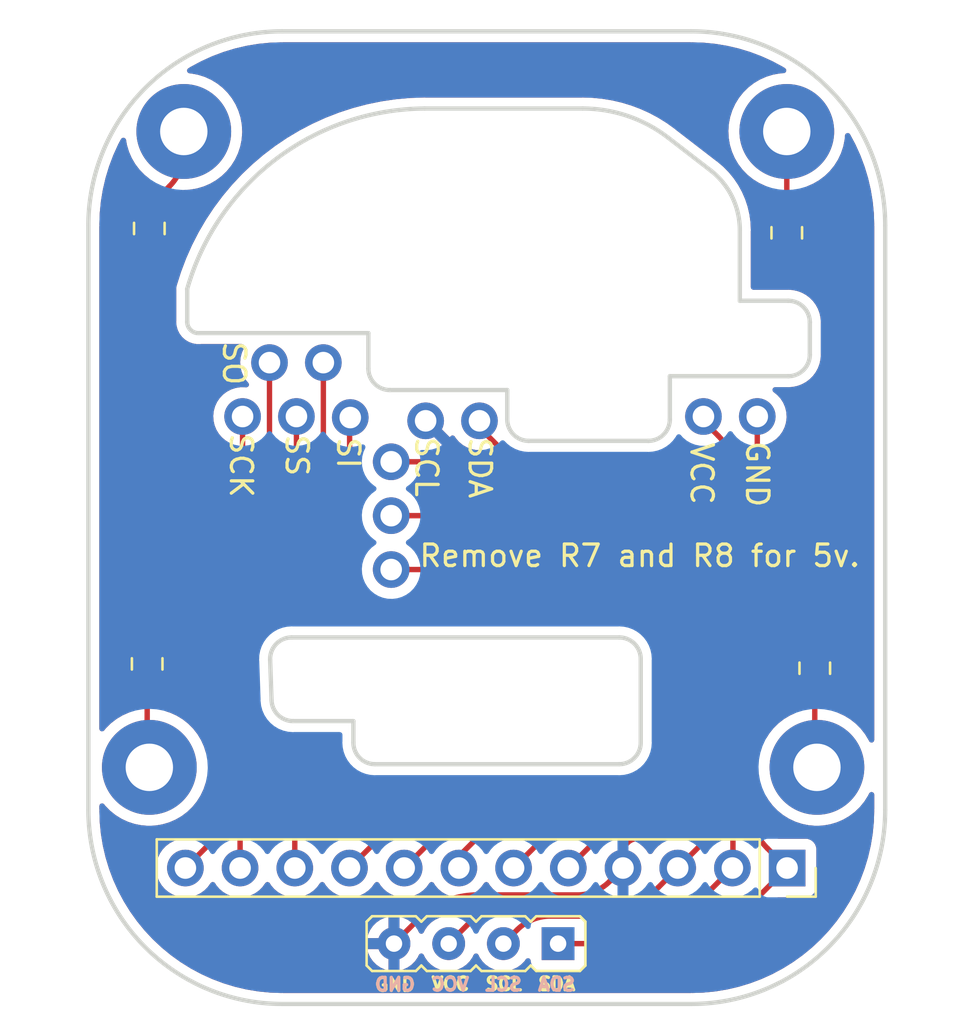
<source format=kicad_pcb>
(kicad_pcb (version 20211014) (generator pcbnew)
  (layers (0 "F.Cu" signal) (31 "B.Cu" signal) (34 "B.Paste" user) (35 "F.Paste" user) (36 "B.SilkS" user "B.Silkscreen") (37 "F.SilkS" user "F.Silkscreen") (38 "B.Mask" user) (39 "F.Mask" user) (44 "Edge.Cuts" user))
  (net 0 "")
  (net 1 "GND")
  (net 2 "VCC")
  (net 3 "SDA")
  (net 4 "SCL")
  (net 5 "B1")
  (net 6 "B2")
  (net 7 "B3")
  (net 8 "MISO")
  (net 9 "SS")
  (net 10 "SCK")
  (net 11 "MOSI")
  (net 12 "DR")
  (net 13 "Net-(FB1-Pad1)")
  (net 14 "Net-(FB2-Pad1)")
  (net 15 "Net-(FB3-Pad1)")
  (net 16 "Net-(FB4-Pad1)")
  (footprint "BK-CirqueDB:L_0805_2012Metric_Pad1.15x1.40mm_HandSolder" (layer "F.Cu") (at 160 78.3 -90)
    (fp_text reference "FB1" hide)
    (fp_text value "FerriteBead")
    (fp_line (start -0.261252 -0.71) (end 0.261252 -0.71) (layer "F.SilkS") (width 0.12))
    (fp_line (start -0.261252 0.71) (end 0.261252 0.71) (layer "F.SilkS") (width 0.12))
    (pad "1" smd roundrect (at -1.025 0 270) (size 1.15 1.4) (layers "F.Cu" "F.Paste" "F.Mask") (roundrect_rratio 0.217391))
    (pad "2" smd roundrect (at 1.025 0 270) (size 1.15 1.4) (layers "F.Cu" "F.Paste" "F.Mask") (roundrect_rratio 0.217391) (net 1 "GND"))
  )
  (footprint "BK-CirqueDB:MountingHole_2.2mm_M2_Pad" (layer "F.Cu") (at 160 73.6)
    (fp_text reference "H1" hide)
    (fp_text value "MountingHole_Pad")
    (pad "1" thru_hole circle (at 0 0) (size 4.4 4.4) (drill 2.2) (layers *.Cu *.Mask) (net 13 "Net-(FB1-Pad1)"))
  )
  (footprint "BK-CirqueDB:L_0805_2012Metric_Pad1.15x1.40mm_HandSolder" (layer "F.Cu") (at 130.3 98.3 90)
    (fp_text reference "FB3" hide)
    (fp_text value "FerriteBead")
    (fp_line (start -0.261252 0.71) (end 0.261252 0.71) (layer "F.SilkS") (width 0.12))
    (fp_line (start -0.261252 -0.71) (end 0.261252 -0.71) (layer "F.SilkS") (width 0.12))
    (pad "1" smd roundrect locked (at -1.025 0 90) (size 1.15 1.4) (layers "F.Cu" "F.Paste" "F.Mask") (roundrect_rratio 0.217391))
    (pad "2" smd roundrect locked (at 1.025 0 90) (size 1.15 1.4) (layers "F.Cu" "F.Paste" "F.Mask") (roundrect_rratio 0.217391) (net 1 "GND"))
  )
  (footprint "BK-CirqueDB:L_0805_2012Metric_Pad1.15x1.40mm_HandSolder" (layer "F.Cu") (at 130.4 78.1 -90)
    (fp_text reference "FB2" hide)
    (fp_text value "FerriteBead")
    (fp_line (start -0.261252 0.71) (end 0.261252 0.71) (layer "F.SilkS") (width 0.12))
    (fp_line (start -0.261252 -0.71) (end 0.261252 -0.71) (layer "F.SilkS") (width 0.12))
    (pad "1" smd roundrect (at -1.025 0 270) (size 1.15 1.4) (layers "F.Cu" "F.Paste" "F.Mask") (roundrect_rratio 0.217391))
    (pad "2" smd roundrect (at 1.025 0 270) (size 1.15 1.4) (layers "F.Cu" "F.Paste" "F.Mask") (roundrect_rratio 0.217391) (net 1 "GND"))
  )
  (footprint "BK-CirqueDB:MountingHole_2.2mm_M2_Pad" (layer "F.Cu") (at 161.4 103.1)
    (fp_text reference "H4" hide)
    (fp_text value "MountingHole_Pad")
    (pad "1" thru_hole circle (at 0 0) (size 4.4 4.4) (drill 2.2) (layers *.Cu *.Mask) (net 16 "Net-(FB4-Pad1)"))
  )
  (footprint "BK-CirqueDB:MountingHole_2.2mm_M2_Pad" (layer "F.Cu") (at 130.4 103.1)
    (fp_text reference "H3" hide)
    (fp_text value "MountingHole_Pad")
    (pad "1" thru_hole circle (at 0 0) (size 4.4 4.4) (drill 2.2) (layers *.Cu *.Mask) (net 15 "Net-(FB3-Pad1)"))
  )
  (footprint "BK-CirqueDB:CirqueDB-BK" (layer "F.Cu") (at 161.993961 111.410672)
    (fp_text reference "J1" hide)
    (fp_text value "CirqueDB" hide)
    (fp_text user "Remove R7 and R8 for 5v." (at -8.823961 -18.127381 unlocked) (layer "F.SilkS"))
    (fp_text user "GND" (at -3.363961 -21.917381 270 unlocked) (layer "F.SilkS"))
    (fp_text user "VCC" (at -5.943961 -21.937381 270 unlocked) (layer "F.SilkS"))
    (fp_text user "SCK" (at -27.333961 -22.317381 270 unlocked) (layer "F.SilkS"))
    (fp_text user "SI" (at -22.353961 -22.897381 270 unlocked) (layer "F.SilkS"))
    (fp_text user "SS" (at -24.743961 -22.787381 270 unlocked) (layer "F.SilkS"))
    (fp_text user "SDA" (at -16.243961 -22.207381 270 unlocked) (layer "F.SilkS"))
    (fp_text user "SCL" (at -18.723961 -22.247381 270 unlocked) (layer "F.SilkS"))
    (fp_text user "SO" (at -27.653961 -27.057381 270 unlocked) (layer "F.SilkS"))
    (fp_line (start -16.423961 -1.149381) (end -16.169961 -1.403381) (layer "F.SilkS") (width 0.12))
    (fp_line (start -3.25 -4.97) (end -3.25 -2.31) (layer "F.SilkS") (width 0.12))
    (fp_line (start -13.375961 1.136619) (end -13.629961 1.136619) (layer "F.SilkS") (width 0.12))
    (fp_line (start -19.217961 -1.403381) (end -18.963961 -1.149381) (layer "F.SilkS") (width 0.12))
    (fp_line (start -21.503961 -1.149381) (end -21.503961 0.882619) (layer "F.SilkS") (width 0.12))
    (fp_line (start -21.249961 -1.403381) (end -19.217961 -1.403381) (layer "F.SilkS") (width 0.12))
    (fp_line (start -0.65 -2.31) (end -1.98 -2.31) (layer "F.SilkS") (width 0.12))
    (fp_line (start -16.169961 1.136619) (end -16.423961 0.882619) (layer "F.SilkS") (width 0.12))
    (fp_line (start -0.65 -3.64) (end -0.65 -2.31) (layer "F.SilkS") (width 0.12))
    (fp_line (start -16.423961 0.882619) (end -16.677961 1.136619) (layer "F.SilkS") (width 0.12))
    (fp_line (start -31.25 -4.97) (end -31.25 -2.31) (layer "F.SilkS") (width 0.12))
    (fp_line (start -21.503961 -1.149381) (end -21.249961 -1.403381) (layer "F.SilkS") (width 0.12))
    (fp_line (start -11.597961 1.136619) (end -11.343961 0.882619) (layer "F.SilkS") (width 0.12))
    (fp_line (start -18.709961 1.136619) (end -18.963961 0.882619) (layer "F.SilkS") (width 0.12))
    (fp_line (start -21.503961 -1.149381) (end -21.249961 -1.403381) (layer "F.SilkS") (width 0.12))
    (fp_line (start -11.597961 -1.403381) (end -11.343961 -1.149381) (layer "F.SilkS") (width 0.12))
    (fp_line (start -11.597961 -1.403381) (end -11.343961 -1.149381) (layer "F.SilkS") (width 0.12))
    (fp_line (start -13.629961 1.136619) (end -13.883961 0.882619) (layer "F.SilkS") (width 0.12))
    (fp_line (start -16.677961 -1.403381) (end -16.423961 -1.149381) (layer "F.SilkS") (width 0.12))
    (fp_line (start -19.217961 1.136619) (end -21.249961 1.136619) (layer "F.SilkS") (width 0.12))
    (fp_line (start -16.677961 1.136619) (end -18.709961 1.136619) (layer "F.SilkS") (width 0.12))
    (fp_line (start -11.343961 0.882619) (end -11.343961 -1.149381) (layer "F.SilkS") (width 0.12))
    (fp_line (start -11.597961 1.136619) (end -13.375961 1.136619) (layer "F.SilkS") (width 0.12))
    (fp_line (start -3.25 -4.97) (end -31.25 -4.97) (layer "F.SilkS") (width 0.12))
    (fp_line (start -18.963961 -1.149381) (end -18.709961 -1.403381) (layer "F.SilkS") (width 0.12))
    (fp_line (start -18.963961 0.882619) (end -19.217961 1.136619) (layer "F.SilkS") (width 0.12))
    (fp_line (start -3.25 -2.31) (end -31.25 -2.31) (layer "F.SilkS") (width 0.12))
    (fp_line (start -13.629961 -1.403381) (end -11.597961 -1.403381) (layer "F.SilkS") (width 0.12))
    (fp_line (start -16.169961 -1.403381) (end -14.137961 -1.403381) (layer "F.SilkS") (width 0.12))
    (fp_line (start -13.883961 0.882619) (end -14.137961 1.136619) (layer "F.SilkS") (width 0.12))
    (fp_line (start -21.249961 1.136619) (end -21.503961 0.882619) (layer "F.SilkS") (width 0.12))
    (fp_line (start -14.137961 -1.403381) (end -13.883961 -1.149381) (layer "F.SilkS") (width 0.12))
    (fp_line (start -14.137961 1.136619) (end -16.169961 1.136619) (layer "F.SilkS") (width 0.12))
    (fp_line (start -18.709961 -1.403381) (end -16.677961 -1.403381) (layer "F.SilkS") (width 0.12))
    (fp_line (start -13.883961 -1.149381) (end -13.629961 -1.403381) (layer "F.SilkS") (width 0.12))
    (fp_line (start -25.423961 2.666038) (end -6.423961 2.666038) (layer "Edge.Cuts") (width 0.2))
    (fp_line (start -6.423961 -42.457381) (end -25.423961 -42.457381) (layer "Edge.Cuts") (width 0.2))
    (fp_line (start -24.918941 -10.457381) (end -22.118883 -10.457381) (layer "Edge.Cuts") (width 0.2))
    (fp_line (start -7.504302 -37.524426) (end -5.537232 -36.008198) (layer "Edge.Cuts") (width 0.2))
    (fp_line (start -8.77539 -9.457381) (end -8.77539 -13.33901) (layer "Edge.Cuts") (width 0.2))
    (fp_line (start -8.423961 -23.457381) (end -13.97453 -23.457381) (layer "Edge.Cuts") (width 0.2))
    (fp_line (start -7.423961 -26.457381) (end -7.423961 -24.457381) (layer "Edge.Cuts") (width 0.2))
    (fp_line (start -21.423961 -28.457381) (end -29.263961 -28.457381) (layer "Edge.Cuts") (width 0.2))
    (fp_line (start -4.173961 -29.957381) (end -1.923961 -29.957381) (layer "Edge.Cuts") (width 0.2))
    (fp_line (start -14.97453 -24.457381) (end -14.97453 -25.609157) (layer "Edge.Cuts") (width 0.2))
    (fp_line (start -0.923961 -28.957381) (end -0.923961 -27.457381) (layer "Edge.Cuts") (width 0.2))
    (fp_line (start -14.97453 -25.609157) (end -14.97453 -25.81546) (layer "Edge.Cuts") (width 0.2))
    (fp_line (start -4.173961 -33.236125) (end -4.173961 -29.957381) (layer "Edge.Cuts") (width 0.2))
    (fp_line (start -9.77539 -14.33901) (end -24.984591 -14.33901) (layer "Edge.Cuts") (width 0.2))
    (fp_line (start 2.576039 -6.333962) (end 2.576039 -33.457381) (layer "Edge.Cuts") (width 0.2))
    (fp_line (start -22.118883 -10.457381) (end -22.118883 -9.457381) (layer "Edge.Cuts") (width 0.2))
    (fp_line (start -34.423961 -33.457381) (end -34.423961 -6.333962) (layer "Edge.Cuts") (width 0.2))
    (fp_line (start -21.118883 -8.457381) (end -9.77539 -8.457381) (layer "Edge.Cuts") (width 0.2))
    (fp_line (start -18.809371 -38.87629) (end -11.472513 -38.87629) (layer "Edge.Cuts") (width 0.2))
    (fp_line (start -1.923961 -26.457381) (end -7.423961 -26.457381) (layer "Edge.Cuts") (width 0.2))
    (fp_line (start -29.834789 -28.977381) (end -29.834789 -30.508195) (layer "Edge.Cuts") (width 0.2))
    (fp_line (start -25.983983 -13.304141) (end -25.918333 -11.422512) (layer "Edge.Cuts") (width 0.2))
    (fp_line (start -14.97453 -25.81546) (end -20.423961 -25.81546) (layer "Edge.Cuts") (width 0.2))
    (fp_line (start -21.423961 -26.81546) (end -21.423961 -28.457381) (layer "Edge.Cuts") (width 0.2))
    (fp_arc (start -9.77539 -14.33901) (mid -9.068284 -14.046116) (end -8.77539 -13.33901) (layer "Edge.Cuts") (width 0.2))
    (fp_arc (start -7.423961 -24.457381) (mid -7.716854 -23.750274) (end -8.423961 -23.457381) (layer "Edge.Cuts") (width 0.2))
    (fp_arc (start -13.97453 -23.457381) (mid -14.681637 -23.750274) (end -14.97453 -24.457381) (layer "Edge.Cuts") (width 0.2))
    (fp_arc (start 2.576039 -6.333962) (mid -0.059999 0.03) (end -6.423961 2.666038) (layer "Edge.Cuts") (width 0.2))
    (fp_arc (start -21.118883 -8.457381) (mid -21.825979 -8.750285) (end -22.118883 -9.457381) (layer "Edge.Cuts") (width 0.2))
    (fp_arc (start -34.423961 -33.457381) (mid -31.787922 -39.821342) (end -25.423961 -42.457381) (layer "Edge.Cuts") (width 0.2))
    (fp_arc (start -25.983983 -13.304141) (mid -25.703911 -14.033671) (end -24.984591 -14.33901) (layer "Edge.Cuts") (width 0.2))
    (fp_arc (start -29.263961 -28.457381) (mid -29.664048 -28.591499) (end -29.834789 -28.977381) (layer "Edge.Cuts") (width 0.2))
    (fp_arc (start -11.472513 -38.87629) (mid -9.376431 -38.529049) (end -7.504302 -37.524426) (layer "Edge.Cuts") (width 0.2))
    (fp_arc (start -1.923961 -29.957381) (mid -1.216854 -29.664488) (end -0.923961 -28.957381) (layer "Edge.Cuts") (width 0.2))
    (fp_arc (start -24.918941 -10.457381) (mid -25.61362 -10.738042) (end -25.918333 -11.422512) (layer "Edge.Cuts") (width 0.2))
    (fp_arc (start -6.423961 -42.457381) (mid -0.06 -39.821342) (end 2.576039 -33.457381) (layer "Edge.Cuts") (width 0.2))
    (fp_arc (start -25.423961 2.666038) (mid -31.787922 0.029999) (end -34.423961 -6.333962) (layer "Edge.Cuts") (width 0.2))
    (fp_arc (start -5.537232 -36.008198) (mid -4.533219 -34.780703) (end -4.173961 -33.236125) (layer "Edge.Cuts") (width 0.2))
    (fp_arc (start -8.77539 -9.457381) (mid -9.068283 -8.750274) (end -9.77539 -8.457381) (layer "Edge.Cuts") (width 0.2))
    (fp_arc (start -29.834789 -30.508195) (mid -25.715466 -36.528104) (end -18.809371 -38.87629) (layer "Edge.Cuts") (width 0.2))
    (fp_arc (start -20.423961 -25.81546) (mid -21.131072 -26.108349) (end -21.423961 -26.81546) (layer "Edge.Cuts") (width 0.2))
    (fp_arc (start -0.923961 -27.457381) (mid -1.216854 -26.750274) (end -1.923961 -26.457381) (layer "Edge.Cuts") (width 0.2))
    (pad "1" thru_hole circle (at -3.363961 -24.587381 180) (size 1.7 1.7) (drill 1) (layers *.Cu *.Mask) (net 3 "SDA"))
    (pad "1" thru_hole rect (at -1.98 -3.64 270) (size 1.7 1.7) (drill 1) (layers *.Cu *.Mask) (net 3 "SDA"))
    (pad "1" thru_hole rect (at -12.613961 -0.133381 270) (size 1.524 1.524) (drill 0.762) (layers *.Cu *.Mask) (net 3 "SDA"))
    (pad "2" thru_hole circle (at -5.863961 -24.587381 180) (size 1.7 1.7) (drill 1) (layers *.Cu *.Mask) (net 4 "SCL"))
    (pad "2" thru_hole oval (at -15.153961 -0.133381 270) (size 1.524 1.524) (drill 0.762) (layers *.Cu *.Mask) (net 4 "SCL"))
    (pad "2" thru_hole oval (at -4.52 -3.64 270) (size 1.7 1.7) (drill 1) (layers *.Cu *.Mask) (net 4 "SCL"))
    (pad "3" thru_hole oval (at -17.693961 -0.133381 270) (size 1.524 1.524) (drill 0.762) (layers *.Cu *.Mask) (net 2 "VCC"))
    (pad "3" thru_hole circle (at -16.263961 -24.387381 180) (size 1.7 1.7) (drill 1) (layers *.Cu *.Mask) (net 2 "VCC"))
    (pad "3" thru_hole oval (at -7.06 -3.64 270) (size 1.7 1.7) (drill 1) (layers *.Cu *.Mask) (net 2 "VCC"))
    (pad "4" thru_hole oval (at -9.6 -3.64 270) (size 1.7 1.7) (drill 1) (layers *.Cu *.Mask) (net 1 "GND"))
    (pad "4" thru_hole circle (at -18.763961 -24.387381 180) (size 1.7 1.7) (drill 1) (layers *.Cu *.Mask) (net 1 "GND"))
    (pad "4" thru_hole oval (at -20.233961 -0.133381 270) (size 1.524 1.524) (drill 0.762) (layers *.Cu *.Mask) (net 1 "GND"))
    (pad "5" thru_hole oval (at -12.14 -3.64 270) (size 1.7 1.7) (drill 1) (layers *.Cu *.Mask) (net 5 "B1"))
    (pad "5" thru_hole circle (at -20.363961 -22.487381 180) (size 1.7 1.7) (drill 1) (layers *.Cu *.Mask) (net 5 "B1"))
    (pad "6" thru_hole circle (at -20.363961 -19.987381 180) (size 1.7 1.7) (drill 1) (layers *.Cu *.Mask) (net 6 "B2"))
    (pad "6" thru_hole oval (at -14.68 -3.64 270) (size 1.7 1.7) (drill 1) (layers *.Cu *.Mask) (net 6 "B2"))
    (pad "7" thru_hole oval (at -17.22 -3.64 270) (size 1.7 1.7) (drill 1) (layers *.Cu *.Mask) (net 7 "B3"))
    (pad "7" thru_hole circle (at -20.363961 -17.487381 180) (size 1.7 1.7) (drill 1) (layers *.Cu *.Mask) (net 7 "B3"))
    (pad "8" thru_hole oval (at -19.76 -3.64 270) (size 1.7 1.7) (drill 1) (layers *.Cu *.Mask) (net 11 "MOSI"))
    (pad "8" thru_hole circle (at -22.263961 -24.539005 180) (size 1.7 1.7) (drill 1) (layers *.Cu *.Mask) (net 11 "MOSI"))
    (pad "9" thru_hole circle (at -23.513961 -27.087381 180) (size 1.7 1.7) (drill 1) (layers *.Cu *.Mask) (net 12 "DR"))
    (pad "9" thru_hole oval (at -22.3 -3.64 270) (size 1.7 1.7) (drill 1) (layers *.Cu *.Mask) (net 12 "DR"))
    (pad "10" thru_hole oval (at -24.84 -3.64 270) (size 1.7 1.7) (drill 1) (layers *.Cu *.Mask) (net 9 "SS"))
    (pad "10" thru_hole circle (at -24.763961 -24.587381 180) (size 1.7 1.7) (drill 1) (layers *.Cu *.Mask) (net 9 "SS"))
    (pad "11" thru_hole circle (at -26.013961 -27.087381 180) (size 1.7 1.7) (drill 1) (layers *.Cu *.Mask) (net 8 "MISO"))
    (pad "11" thru_hole oval (at -27.38 -3.64 270) (size 1.7 1.7) (drill 1) (layers *.Cu *.Mask) (net 8 "MISO"))
    (pad "12" thru_hole oval (at -29.92 -3.64 270) (size 1.7 1.7) (drill 1) (layers *.Cu *.Mask) (net 10 "SCK"))
    (pad "12" thru_hole circle (at -27.263961 -24.587381 180) (size 1.7 1.7) (drill 1) (layers *.Cu *.Mask) (net 10 "SCK"))
  )
  (footprint "BK-CirqueDB:L_0805_2012Metric_Pad1.15x1.40mm_HandSolder" (layer "F.Cu") (at 161.3 98.5 90)
    (fp_text reference "FB4" hide)
    (fp_text value "FerriteBead")
    (fp_line (start -0.261252 0.71) (end 0.261252 0.71) (layer "F.SilkS") (width 0.12))
    (fp_line (start -0.261252 -0.71) (end 0.261252 -0.71) (layer "F.SilkS") (width 0.12))
    (pad "1" smd roundrect (at -1.025 0 90) (size 1.15 1.4) (layers "F.Cu" "F.Paste" "F.Mask") (roundrect_rratio 0.217391))
    (pad "2" smd roundrect (at 1.025 0 90) (size 1.15 1.4) (layers "F.Cu" "F.Paste" "F.Mask") (roundrect_rratio 0.217391) (net 1 "GND"))
  )
  (footprint "BK-CirqueDB:MountingHole_2.2mm_M2_Pad" (layer "F.Cu") (at 132 73.6)
    (fp_text reference "H2" hide)
    (fp_text value "MountingHole_Pad")
    (pad "1" thru_hole circle (at 0 0) (size 4.4 4.4) (drill 2.2) (layers *.Cu *.Mask) (net 14 "Net-(FB2-Pad1)"))
  )
  (gr_text "SDA" (at 149.308095 113.17) (layer "B.SilkS") (effects (font (size 0.6 0.6)) (justify mirror)))
  (gr_text "VCC\n" (at 144.37 113.17) (layer "B.SilkS") (effects (font (size 0.6 0.6)) (justify mirror)))
  (gr_text "SCL" (at 146.84619 113.17) (layer "B.SilkS") (effects (font (size 0.6 0.6)) (justify mirror)))
  (gr_text "GND" (at 141.808095 113.17) (layer "B.SilkS") (effects (font (size 0.6 0.6)) (justify mirror)))
  (gr_text "GND" (at 141.808095 113.18) (layer "F.SilkS") (effects (font (size 0.6 0.6))))
  (gr_text "SCL" (at 146.85619 113.15) (layer "F.SilkS") (effects (font (size 0.6 0.6))))
  (gr_text "VCC\n" (at 144.38 113.15) (layer "F.SilkS") (effects (font (size 0.6 0.6))))
  (gr_text "SDA" (at 149.318095 113.15) (layer "F.SilkS") (effects (font (size 0.6 0.6))))
  (segment (start 152.393961 107.093151) (end 152.393961 107.431911) (width 0.25) (layer "F.Cu") (net 1))
  (segment (start 145.613436 109.02) (end 150.261224 109.02) (width 0.25) (layer "F.Cu") (net 1))
  (segment (start 142.888645 110.148645) (end 141.76 111.277291) (width 0.25) (layer "F.Cu") (net 1))
  (segment (start 152.154421 108.010211) (end 151.769297 108.395336) (width 0.25) (layer "F.Cu") (net 1))
  (segment (start 144.912916 88.706207) (end 143.23 87.023291) (width 0.25) (layer "F.Cu") (net 1))
  (segment (start 156.5 90.641421) (end 156.5 103.327207) (width 0.25) (layer "F.Cu") (net 1))
  (segment (start 153.087112 106.4) (end 153.75 106.4) (width 0.25) (layer "F.Cu") (net 1))
  (segment (start 156.158578 90.3) (end 148.760672 90.3) (width 0.25) (layer "F.Cu") (net 1))
  (segment (start 155.371751 105.728248) (end 155.6 105.5) (width 0.25) (layer "F.Cu") (net 1))
  (arc (start 155.371751 105.728248) (mid 154.627685 106.225417) (end 153.75 106.4) (width 0.25) (layer "F.Cu") (net 1))
  (arc (start 145.613436 109.02) (mid 144.13879 109.313325) (end 142.888645 110.148645) (width 0.25) (layer "F.Cu") (net 1))
  (arc (start 156.158578 90.3) (mid 156.289234 90.325989) (end 156.4 90.4) (width 0.25) (layer "F.Cu") (net 1))
  (arc (start 156.5 103.327207) (mid 156.266097 104.503114) (end 155.6 105.5) (width 0.25) (layer "F.Cu") (net 1))
  (arc (start 153.087112 106.4) (mid 152.821854 106.452762) (end 152.59698 106.603019) (width 0.25) (layer "F.Cu") (net 1))
  (arc (start 151.769297 108.395336) (mid 151.077387 108.857655) (end 150.261224 109.02) (width 0.25) (layer "F.Cu") (net 1))
  (arc (start 152.393961 107.431911) (mid 152.331706 107.744885) (end 152.154421 108.010211) (width 0.25) (layer "F.Cu") (net 1))
  (arc (start 152.393961 107.093151) (mid 152.446723 106.827893) (end 152.59698 106.603019) (width 0.25) (layer "F.Cu") (net 1))
  (arc (start 156.5 90.641421) (mid 156.47401 90.510764) (end 156.4 90.4) (width 0.25) (layer "F.Cu") (net 1))
  (arc (start 144.912916 88.706207) (mid 146.678281 89.885786) (end 148.760672 90.3) (width 0.25) (layer "F.Cu") (net 1))
  (segment (start 147.24785 109.55048) (end 151.895638 109.55048) (width 0.25) (layer "F.Cu") (net 2))
  (segment (start 157.021485 104.207045) (end 157.021485 90.348809) (width 0.25) (layer "F.Cu") (net 2))
  (segment (start 156.472675 89.8) (end 149.946553 89.8) (width 0.25) (layer "F.Cu") (net 2))
  (segment (start 146.965 88.565) (end 145.838438 87.438438) (width 0.25) (layer "F.Cu") (net 2))
  (segment (start 145.73 87.176645) (end 145.73 87.023291) (width 0.25) (layer "F.Cu") (net 2))
  (segment (start 154.933961 107.770672) (end 155.977723 106.72691) (width 0.25) (layer "F.Cu") (net 2))
  (segment (start 145.163405 110.413885) (end 144.3 111.277291) (width 0.25) (layer "F.Cu") (net 2))
  (segment (start 154.044057 108.660576) (end 154.933961 107.770672) (width 0.25) (layer "F.Cu") (net 2))
  (arc (start 149.946553 89.8) (mid 148.332948 89.479033) (end 146.965 88.565) (width 0.25) (layer "F.Cu") (net 2))
  (arc (start 147.24785 109.55048) (mid 146.119756 109.774871) (end 145.163405 110.413885) (width 0.25) (layer "F.Cu") (net 2))
  (arc (start 156.860742 89.960742) (mid 156.682695 89.841775) (end 156.472675 89.8) (width 0.25) (layer "F.Cu") (net 2))
  (arc (start 157.021485 90.348809) (mid 156.979709 90.138788) (end 156.860742 89.960742) (width 0.25) (layer "F.Cu") (net 2))
  (arc (start 154.044057 108.660576) (mid 153.058354 109.319201) (end 151.895638 109.55048) (width 0.25) (layer "F.Cu") (net 2))
  (arc (start 155.977723 106.72691) (mid 156.75022 105.570786) (end 157.021485 104.207045) (width 0.25) (layer "F.Cu") (net 2))
  (arc (start 145.838438 87.438438) (mid 145.758182 87.318326) (end 145.73 87.176645) (width 0.25) (layer "F.Cu") (net 2))
  (segment (start 154.253378 111.277291) (end 149.38 111.277291) (width 0.25) (layer "F.Cu") (net 3))
  (segment (start 158.63 86.896613) (end 158.63 99.565944) (width 0.25) (layer "F.Cu") (net 3))
  (segment (start 158.2 104.674046) (end 158.2 100.604055) (width 0.25) (layer "F.Cu") (net 3))
  (segment (start 159.56047 107.317181) (end 159.10698 106.863691) (width 0.25) (layer "F.Cu") (net 3))
  (segment (start 158.101134 109.683497) (end 159.56047 108.224162) (width 0.25) (layer "F.Cu") (net 3))
  (segment (start 158.703322 86.823291) (end 158.776645 86.823291) (width 0.25) (layer "F.Cu") (net 3))
  (arc (start 158.2 104.674046) (mid 158.435716 105.859073) (end 159.10698 106.863691) (width 0.25) (layer "F.Cu") (net 3))
  (arc (start 158.63 99.565944) (mid 158.574123 99.846855) (end 158.415 100.085) (width 0.25) (layer "F.Cu") (net 3))
  (arc (start 158.2 100.604055) (mid 158.255876 100.323144) (end 158.415 100.085) (width 0.25) (layer "F.Cu") (net 3))
  (arc (start 158.63 86.896613) (mid 158.651475 86.844766) (end 158.703322 86.823291) (width 0.25) (layer "F.Cu") (net 3))
  (arc (start 158.101134 109.683497) (mid 156.335768 110.863077) (end 154.253378 111.277291) (width 0.25) (layer "F.Cu") (net 3))
  (arc (start 158.776645 86.823291) (mid 158.912128 86.85024) (end 159.026985 86.926985) (width 0.25) (layer "F.Cu") (net 3))
  (arc (start 159.56047 107.317181) (mid 159.748312 107.770671) (end 159.56047 108.224162) (width 0.25) (layer "F.Cu") (net 3))
  (segment (start 157.473961 107.789084) (end 157.473961 108.198355) (width 0.25) (layer "F.Cu") (net 4))
  (segment (start 153.66826 110) (end 149.020472 110) (width 0.25) (layer "F.Cu") (net 4))
  (segment (start 147.478645 110.638645) (end 146.84 111.277291) (width 0.25) (layer "F.Cu") (net 4))
  (segment (start 157.5 107.72622) (end 157.5 89.368736) (width 0.25) (layer "F.Cu") (net 4))
  (segment (start 156.359297 108.885336) (end 157.473961 107.770672) (width 0.25) (layer "F.Cu") (net 4))
  (segment (start 156.13 86.926645) (end 156.13 86.823291) (width 0.25) (layer "F.Cu") (net 4))
  (segment (start 156.203082 87.103082) (end 156.815 87.715) (width 0.25) (layer "F.Cu") (net 4))
  (arc (start 156.13 86.926645) (mid 156.148993 87.022132) (end 156.203082 87.103082) (width 0.25) (layer "F.Cu") (net 4))
  (arc (start 157.48698 107.757652) (mid 157.496616 107.743231) (end 157.5 107.72622) (width 0.25) (layer "F.Cu") (net 4))
  (arc (start 157.48698 107.757652) (mid 157.477344 107.772073) (end 157.473961 107.789084) (width 0.25) (layer "F.Cu") (net 4))
  (arc (start 149.020472 110) (mid 148.186041 110.165978) (end 147.478645 110.638645) (width 0.25) (layer "F.Cu") (net 4))
  (arc (start 156.359297 108.885336) (mid 155.124638 109.710308) (end 153.66826 110) (width 0.25) (layer "F.Cu") (net 4))
  (arc (start 156.815 87.715) (mid 157.321974 88.47374) (end 157.5 89.368736) (width 0.25) (layer "F.Cu") (net 4))
  (segment (start 143.026645 88.923291) (end 141.63 88.923291) (width 0.25) (layer "F.Cu") (net 5))
  (segment (start 156 91.241421) (end 156 103.41005) (width 0.25) (layer "F.Cu") (net 5))
  (segment (start 150.843392 106.78124) (end 149.853961 107.770672) (width 0.25) (layer "F.Cu") (net 5))
  (segment (start 155.658578 90.9) (end 147.797744 90.9) (width 0.25) (layer "F.Cu") (net 5))
  (segment (start 153.212316 105.8) (end 153.61005 105.8) (width 0.25) (layer "F.Cu") (net 5))
  (segment (start 145.411645 89.911645) (end 145.410868 89.910868) (width 0.25) (layer "F.Cu") (net 5))
  (arc (start 153.212316 105.8) (mid 151.930263 106.055015) (end 150.843392 106.78124) (width 0.25) (layer "F.Cu") (net 5))
  (arc (start 156 91.241421) (mid 155.97401 91.110764) (end 155.9 91) (width 0.25) (layer "F.Cu") (net 5))
  (arc (start 155.658578 90.9) (mid 155.789234 90.925989) (end 155.9 91) (width 0.25) (layer "F.Cu") (net 5))
  (arc (start 155.3 105.1) (mid 154.524644 105.618075) (end 153.61005 105.8) (width 0.25) (layer "F.Cu") (net 5))
  (arc (start 145.411645 89.911645) (mid 146.506396 90.643134) (end 147.797744 90.9) (width 0.25) (layer "F.Cu") (net 5))
  (arc (start 156 103.41005) (mid 155.818075 104.324644) (end 155.3 105.1) (width 0.25) (layer "F.Cu") (net 5))
  (arc (start 143.026645 88.923291) (mid 144.316977 89.179953) (end 145.410868 89.910868) (width 0.25) (layer "F.Cu") (net 5))
  (segment (start 153.622182 105.3) (end 151.531661 105.3) (width 0.25) (layer "F.Cu") (net 6))
  (segment (start 155.5 92.237084) (end 155.5 103.422182) (width 0.25) (layer "F.Cu") (net 6))
  (segment (start 154.686206 91.423291) (end 141.63 91.423291) (width 0.25) (layer "F.Cu") (net 6))
  (segment (start 148.549297 106.535336) (end 147.313961 107.770672) (width 0.25) (layer "F.Cu") (net 6))
  (arc (start 148.549297 106.535336) (mid 149.917617 105.621053) (end 151.531661 105.3) (width 0.25) (layer "F.Cu") (net 6))
  (arc (start 155.261645 91.661645) (mid 154.997631 91.485237) (end 154.686206 91.423291) (width 0.25) (layer "F.Cu") (net 6))
  (arc (start 155.261645 91.661645) (mid 155.438053 91.925658) (end 155.5 92.237084) (width 0.25) (layer "F.Cu") (net 6))
  (arc (start 155.5 103.422182) (mid 155.357059 104.140792) (end 154.95 104.75) (width 0.25) (layer "F.Cu") (net 6))
  (arc (start 154.95 104.75) (mid 154.340792 105.157059) (end 153.622182 105.3) (width 0.25) (layer "F.Cu") (net 6))
  (segment (start 149.086179 104.7) (end 153.805025 104.7) (width 0.25) (layer "F.Cu") (net 7))
  (segment (start 155 103.505025) (end 155 95.590637) (width 0.25) (layer "F.Cu") (net 7))
  (segment (start 144.966517 107.033482) (end 146.03698 105.963019) (width 0.25) (layer "F.Cu") (net 7))
  (segment (start 144.773961 107.498355) (end 144.773961 107.770672) (width 0.25) (layer "F.Cu") (net 7))
  (segment (start 153.332653 93.923291) (end 141.63 93.923291) (width 0.25) (layer "F.Cu") (net 7))
  (arc (start 144.966517 107.033482) (mid 144.824004 107.246767) (end 144.773961 107.498355) (width 0.25) (layer "F.Cu") (net 7))
  (arc (start 155 103.505025) (mid 154.909037 103.962322) (end 154.65 104.35) (width 0.25) (layer "F.Cu") (net 7))
  (arc (start 146.03698 105.963019) (mid 147.435964 105.028247) (end 149.086179 104.7) (width 0.25) (layer "F.Cu") (net 7))
  (arc (start 154.511645 94.411645) (mid 153.970719 94.05021) (end 153.332653 93.923291) (width 0.25) (layer "F.Cu") (net 7))
  (arc (start 154.511645 94.411645) (mid 154.87308 94.952571) (end 155 95.590637) (width 0.25) (layer "F.Cu") (net 7))
  (arc (start 154.65 104.35) (mid 154.262322 104.609037) (end 153.805025 104.7) (width 0.25) (layer "F.Cu") (net 7))
  (segment (start 134.613961 96.951974) (end 134.613961 107.770672) (width 0.25) (layer "F.Cu") (net 8))
  (segment (start 135.98 93.654064) (end 135.98 84.323291) (width 0.25) (layer "F.Cu") (net 8))
  (arc (start 135.98 93.654064) (mid 135.802488 94.546472) (end 135.29698 95.303019) (width 0.25) (layer "F.Cu") (net 8))
  (arc (start 134.613961 96.951974) (mid 134.791471 96.059566) (end 135.29698 95.303019) (width 0.25) (layer "F.Cu") (net 8))
  (segment (start 137.23 92.634573) (end 137.23 86.823291) (width 0.25) (layer "F.Cu") (net 9))
  (segment (start 135.2 97.535426) (end 135.2 99.21834) (width 0.25) (layer "F.Cu") (net 9))
  (segment (start 137.153961 103.93562) (end 137.153961 107.770672) (width 0.25) (layer "F.Cu") (net 9))
  (arc (start 136.17698 101.57698) (mid 135.453908 100.494827) (end 135.2 99.21834) (width 0.25) (layer "F.Cu") (net 9))
  (arc (start 135.2 97.535426) (mid 135.463789 96.209265) (end 136.215 95.085) (width 0.25) (layer "F.Cu") (net 9))
  (arc (start 136.215 95.085) (mid 136.96621 93.960734) (end 137.23 92.634573) (width 0.25) (layer "F.Cu") (net 9))
  (arc (start 136.17698 101.57698) (mid 136.900051 102.659133) (end 137.153961 103.93562) (width 0.25) (layer "F.Cu") (net 9))
  (segment (start 134.73 94.283101) (end 134.73 86.823291) (width 0.25) (layer "F.Cu") (net 10))
  (segment (start 133.9 96.286898) (end 133.9 104.653428) (width 0.25) (layer "F.Cu") (net 10))
  (segment (start 132.98698 106.857652) (end 132.073961 107.770672) (width 0.25) (layer "F.Cu") (net 10))
  (arc (start 133.9 96.286898) (mid 134.007854 95.744674) (end 134.315 95.285) (width 0.25) (layer "F.Cu") (net 10))
  (arc (start 132.98698 106.857652) (mid 133.662713 105.846345) (end 133.9 104.653428) (width 0.25) (layer "F.Cu") (net 10))
  (arc (start 134.315 95.285) (mid 134.622145 94.825324) (end 134.73 94.283101) (width 0.25) (layer "F.Cu") (net 10))
  (segment (start 154.5 103.517157) (end 154.5 97.207106) (width 0.25) (layer "F.Cu") (net 11))
  (segment (start 139.715 86.886667) (end 139.73 86.871667) (width 0.25) (layer "F.Cu") (net 11))
  (segment (start 152.792893 95.5) (end 140.894974 95.5) (width 0.25) (layer "F.Cu") (net 11))
  (segment (start 153.817157 104.2) (end 148.058596 104.2) (width 0.25) (layer "F.Cu") (net 11))
  (segment (start 139.7 86.92288) (end 139.7 94.305025) (width 0.25) (layer "F.Cu") (net 11))
  (segment (start 144.21084 105.793792) (end 142.233961 107.770672) (width 0.25) (layer "F.Cu") (net 11))
  (arc (start 154 96) (mid 154.370054 96.553825) (end 154.5 97.207106) (width 0.25) (layer "F.Cu") (net 11))
  (arc (start 139.7 86.92288) (mid 139.703898 86.903281) (end 139.715 86.886667) (width 0.25) (layer "F.Cu") (net 11))
  (arc (start 154.3 104) (mid 154.448021 103.778469) (end 154.5 103.517157) (width 0.25) (layer "F.Cu") (net 11))
  (arc (start 139.7 94.305025) (mid 139.790962 94.762322) (end 140.05 95.15) (width 0.25) (layer "F.Cu") (net 11))
  (arc (start 152.792893 95.5) (mid 153.446174 95.629945) (end 154 96) (width 0.25) (layer "F.Cu") (net 11))
  (arc (start 140.05 95.15) (mid 140.437677 95.409037) (end 140.894974 95.5) (width 0.25) (layer "F.Cu") (net 11))
  (arc (start 144.21084 105.793792) (mid 145.976205 104.614213) (end 148.058596 104.2) (width 0.25) (layer "F.Cu") (net 11))
  (arc (start 153.817157 104.2) (mid 154.078469 104.148021) (end 154.3 104) (width 0.25) (layer "F.Cu") (net 11))
  (segment (start 146.018596 103.7) (end 153.487867 103.7) (width 0.25) (layer "F.Cu") (net 12))
  (segment (start 152.634314 96) (end 141.416223 96) (width 0.25) (layer "F.Cu") (net 12))
  (segment (start 138.48 93.063776) (end 138.48 84.323291) (width 0.25) (layer "F.Cu") (net 12))
  (segment (start 154 103.187867) (end 154 97.365685) (width 0.25) (layer "F.Cu") (net 12))
  (segment (start 142.17084 105.293792) (end 139.693961 107.770672) (width 0.25) (layer "F.Cu") (net 12))
  (arc (start 153.6 96.4) (mid 153.156939 96.103956) (end 152.634314 96) (width 0.25) (layer "F.Cu") (net 12))
  (arc (start 138.48 93.063776) (mid 138.703506 94.18742) (end 139.34 95.14) (width 0.25) (layer "F.Cu") (net 12))
  (arc (start 139.34 95.14) (mid 140.292579 95.776493) (end 141.416223 96) (width 0.25) (layer "F.Cu") (net 12))
  (arc (start 153.6 96.4) (mid 153.896043 96.84306) (end 154 97.365685) (width 0.25) (layer "F.Cu") (net 12))
  (arc (start 153.85 103.55) (mid 153.961016 103.383852) (end 154 103.187867) (width 0.25) (layer "F.Cu") (net 12))
  (arc (start 153.487867 103.7) (mid 153.683852 103.661016) (end 153.85 103.55) (width 0.25) (layer "F.Cu") (net 12))
  (arc (start 146.018596 103.7) (mid 143.936205 104.114213) (end 142.17084 105.293792) (width 0.25) (layer "F.Cu") (net 12))
  (segment (start 160 73.6) (end 160 77.275) (width 0.25) (layer "F.Cu") (net 13))
  (segment (start 131.337087 76.137912) (end 130.4 77.075) (width 0.25) (layer "F.Cu") (net 14))
  (segment (start 132 74.5375) (end 132 73.6) (width 0.25) (layer "F.Cu") (net 14))
  (arc (start 132 74.5375) (mid 131.827714 75.403636) (end 131.337087 76.137912) (width 0.25) (layer "F.Cu") (net 14))
  (segment (start 130.3 102.929289) (end 130.3 99.325) (width 0.25) (layer "F.Cu") (net 15))
  (segment (start 130.35 103.05) (end 130.4 103.1) (width 0.25) (layer "F.Cu") (net 15))
  (arc (start 130.3 102.929289) (mid 130.312994 102.994617) (end 130.35 103.05) (width 0.25) (layer "F.Cu") (net 15))
  (segment (start 161.35 103.05) (end 161.4 103.1) (width 0.25) (layer "F.Cu") (net 16))
  (segment (start 161.3 102.929289) (end 161.3 99.525) (width 0.25) (layer "F.Cu") (net 16))
  (arc (start 161.3 102.929289) (mid 161.312994 102.994617) (end 161.35 103.05) (width 0.25) (layer "F.Cu") (net 16))
  (zone (net 1) (net_name "GND") (layers F&B.Cu) (connect_pads (clearance 0.508)) (min_thickness 0.254) (fill yes (thermal_gap 0.508) (thermal_bridge_width 0.508))
    (polygon (pts (xy 166.4 115) (xy 126.5 115) (xy 126.5 67.5) (xy 166.4 67.5)))
  )
)
</source>
